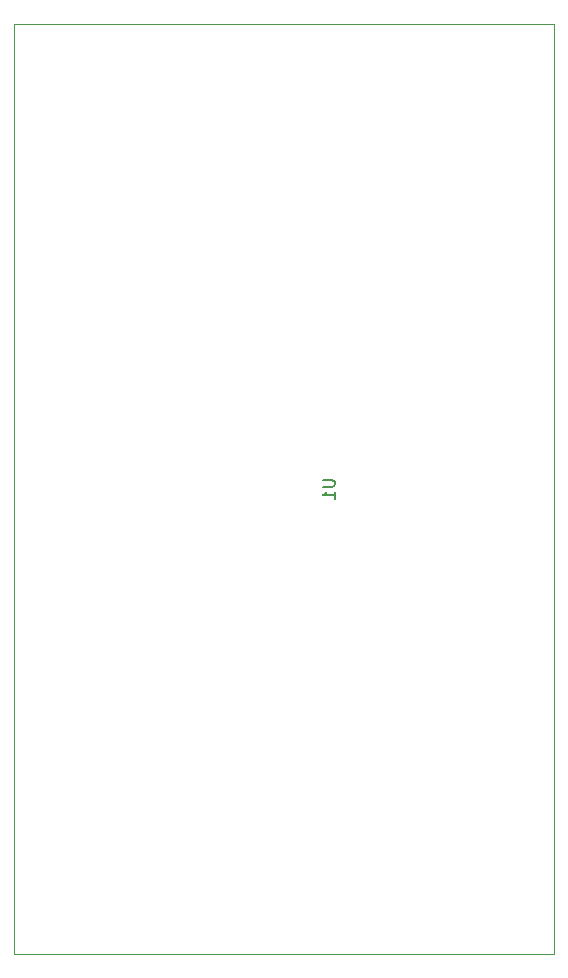
<source format=gbr>
%TF.GenerationSoftware,KiCad,Pcbnew,(5.1.7)-1*%
%TF.CreationDate,2020-11-01T17:05:04-05:00*%
%TF.ProjectId,low_current_data_logger,6c6f775f-6375-4727-9265-6e745f646174,rev?*%
%TF.SameCoordinates,Original*%
%TF.FileFunction,Legend,Bot*%
%TF.FilePolarity,Positive*%
%FSLAX46Y46*%
G04 Gerber Fmt 4.6, Leading zero omitted, Abs format (unit mm)*
G04 Created by KiCad (PCBNEW (5.1.7)-1) date 2020-11-01 17:05:04*
%MOMM*%
%LPD*%
G01*
G04 APERTURE LIST*
%ADD10C,0.120000*%
%ADD11C,0.150000*%
G04 APERTURE END LIST*
D10*
%TO.C,U1*%
X51370000Y-138870000D02*
X97090000Y-138870000D01*
X97090000Y-138870000D02*
X97090000Y-60130000D01*
X97090000Y-60130000D02*
X51370000Y-60130000D01*
X51370000Y-60130000D02*
X51370000Y-138870000D01*
D11*
X77492380Y-98738095D02*
X78301904Y-98738095D01*
X78397142Y-98785714D01*
X78444761Y-98833333D01*
X78492380Y-98928571D01*
X78492380Y-99119047D01*
X78444761Y-99214285D01*
X78397142Y-99261904D01*
X78301904Y-99309523D01*
X77492380Y-99309523D01*
X78492380Y-100309523D02*
X78492380Y-99738095D01*
X78492380Y-100023809D02*
X77492380Y-100023809D01*
X77635238Y-99928571D01*
X77730476Y-99833333D01*
X77778095Y-99738095D01*
%TD*%
M02*

</source>
